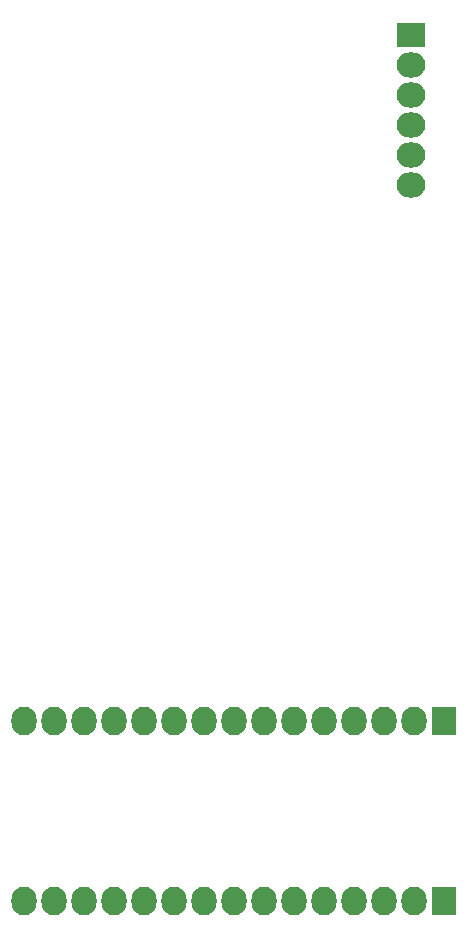
<source format=gbs>
G04 #@! TF.FileFunction,Soldermask,Bot*
%FSLAX46Y46*%
G04 Gerber Fmt 4.6, Leading zero omitted, Abs format (unit mm)*
G04 Created by KiCad (PCBNEW 4.0.4-stable) date Thursday, December 08, 2016 'AMt' 10:27:16 AM*
%MOMM*%
%LPD*%
G01*
G04 APERTURE LIST*
%ADD10C,0.100000*%
%ADD11R,2.127200X2.432000*%
%ADD12O,2.127200X2.432000*%
%ADD13R,2.432000X2.127200*%
%ADD14O,2.432000X2.127200*%
G04 APERTURE END LIST*
D10*
D11*
X142253500Y-134555500D03*
D12*
X139713500Y-134555500D03*
X137173500Y-134555500D03*
X134633500Y-134555500D03*
X132093500Y-134555500D03*
X129553500Y-134555500D03*
X127013500Y-134555500D03*
X124473500Y-134555500D03*
X121933500Y-134555500D03*
X119393500Y-134555500D03*
X116853500Y-134555500D03*
X114313500Y-134555500D03*
X111773500Y-134555500D03*
X109233500Y-134555500D03*
X106693500Y-134555500D03*
D11*
X142253500Y-149795500D03*
D12*
X139713500Y-149795500D03*
X137173500Y-149795500D03*
X134633500Y-149795500D03*
X132093500Y-149795500D03*
X129553500Y-149795500D03*
X127013500Y-149795500D03*
X124473500Y-149795500D03*
X121933500Y-149795500D03*
X119393500Y-149795500D03*
X116853500Y-149795500D03*
X114313500Y-149795500D03*
X111773500Y-149795500D03*
X109233500Y-149795500D03*
X106693500Y-149795500D03*
D13*
X139488001Y-76454000D03*
D14*
X139488001Y-78994000D03*
X139488001Y-81534000D03*
X139488001Y-84074000D03*
X139488001Y-86614000D03*
X139488001Y-89154000D03*
M02*

</source>
